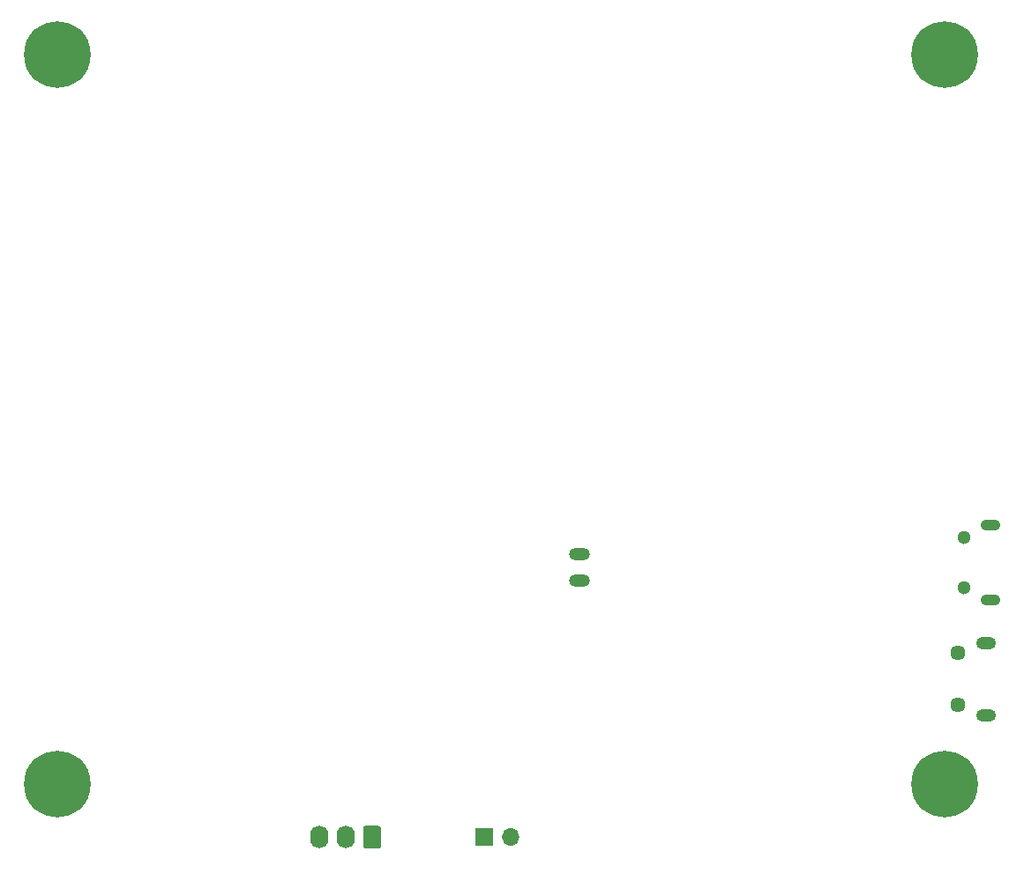
<source format=gbr>
G04 #@! TF.GenerationSoftware,KiCad,Pcbnew,(5.1.9)-1*
G04 #@! TF.CreationDate,2021-03-27T19:24:18-07:00*
G04 #@! TF.ProjectId,attiny_audio_spectrum_bar_graph,61747469-6e79-45f6-9175-64696f5f7370,rev?*
G04 #@! TF.SameCoordinates,Original*
G04 #@! TF.FileFunction,Soldermask,Bot*
G04 #@! TF.FilePolarity,Negative*
%FSLAX46Y46*%
G04 Gerber Fmt 4.6, Leading zero omitted, Abs format (unit mm)*
G04 Created by KiCad (PCBNEW (5.1.9)-1) date 2021-03-27 19:24:18*
%MOMM*%
%LPD*%
G01*
G04 APERTURE LIST*
%ADD10O,1.700000X1.700000*%
%ADD11R,1.700000X1.700000*%
%ADD12C,1.300000*%
%ADD13O,1.900000X1.070000*%
%ADD14O,1.740000X2.190000*%
%ADD15O,1.900000X1.200000*%
%ADD16C,1.450000*%
%ADD17C,0.800000*%
%ADD18C,6.400000*%
%ADD19O,2.000000X1.200000*%
G04 APERTURE END LIST*
D10*
G04 #@! TO.C,J4*
X136525000Y-119101000D03*
D11*
X133985000Y-119101000D03*
G04 #@! TD*
D12*
G04 #@! TO.C,J1*
X180000000Y-95135000D03*
X180000000Y-90285000D03*
D13*
X182515000Y-96310000D03*
X182515000Y-89110000D03*
G04 #@! TD*
D14*
G04 #@! TO.C,J2*
X118110000Y-119126000D03*
X120650000Y-119126000D03*
G36*
G01*
X124060000Y-118280999D02*
X124060000Y-119971001D01*
G75*
G02*
X123810001Y-120221000I-249999J0D01*
G01*
X122569999Y-120221000D01*
G75*
G02*
X122320000Y-119971001I0J249999D01*
G01*
X122320000Y-118280999D01*
G75*
G02*
X122569999Y-118031000I249999J0D01*
G01*
X123810001Y-118031000D01*
G75*
G02*
X124060000Y-118280999I0J-249999D01*
G01*
G37*
G04 #@! TD*
D15*
G04 #@! TO.C,J3*
X182118000Y-100436800D03*
X182118000Y-107436800D03*
D16*
X179418000Y-101436800D03*
X179418000Y-106436800D03*
G04 #@! TD*
D17*
G04 #@! TO.C,H4*
X179840256Y-112348944D03*
X178143200Y-111646000D03*
X176446144Y-112348944D03*
X175743200Y-114046000D03*
X176446144Y-115743056D03*
X178143200Y-116446000D03*
X179840256Y-115743056D03*
X180543200Y-114046000D03*
D18*
X178143200Y-114046000D03*
G04 #@! TD*
D17*
G04 #@! TO.C,H3*
X179840256Y-42194144D03*
X178143200Y-41491200D03*
X176446144Y-42194144D03*
X175743200Y-43891200D03*
X176446144Y-45588256D03*
X178143200Y-46291200D03*
X179840256Y-45588256D03*
X180543200Y-43891200D03*
D18*
X178143200Y-43891200D03*
G04 #@! TD*
D17*
G04 #@! TO.C,H2*
X94711856Y-42194144D03*
X93014800Y-41491200D03*
X91317744Y-42194144D03*
X90614800Y-43891200D03*
X91317744Y-45588256D03*
X93014800Y-46291200D03*
X94711856Y-45588256D03*
X95414800Y-43891200D03*
D18*
X93014800Y-43891200D03*
G04 #@! TD*
D17*
G04 #@! TO.C,H1*
X94711856Y-112348944D03*
X93014800Y-111646000D03*
X91317744Y-112348944D03*
X90614800Y-114046000D03*
X91317744Y-115743056D03*
X93014800Y-116446000D03*
X94711856Y-115743056D03*
X95414800Y-114046000D03*
D18*
X93014800Y-114046000D03*
G04 #@! TD*
D19*
G04 #@! TO.C,MK1*
X143065500Y-91884500D03*
X143065500Y-94424500D03*
G04 #@! TD*
M02*

</source>
